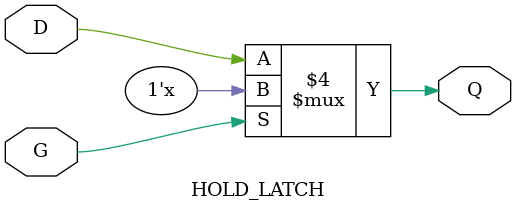
<source format=v>

`celldefine
module MUX2(IN0, IN1, SEL, OUT);
  input IN0;
  input IN1;
  input SEL;
  output OUT;

  assign OUT = SEL ? IN1 : IN0;
endmodule

// = = = = = = = = = = = = = = = = = = = = = = = = = = =
// A wrapper for 4-input MUX BUILT
// = = = = = = = = = = = = = = = = = = = = = = = = = = =
module MUX4(IN0, IN1, IN2, IN3, SEL, OUT);
  input IN0;
  input IN1;
  input IN2;
  input IN3;
  input [1:0]SEL;
  output OUT;

  assign OUT = (SEL[1] ? (SEL[0] ? IN3 : IN2) : (SEL[0] ? IN1 : IN0));
endmodule

// = = = = = = = = = = = = = = = = = = = = = = = = = = =
// 2 input MUX WITH SCAN_ENABLE INPUT
// if scan_enable=1, sel=x, out=in0
// = = = = = = = = = = = = = = = = = = = = = = = = = = =
module MUX2_SCAN(IN0, IN1, SEL, SCAN_EN, OUT);
  input IN0;
  input IN1;
  input SEL;
  input SCAN_EN;
  output OUT;

  assign OUT = (SEL&SCAN_EN) ? IN1 : IN0;
endmodule

// = = = = = = = = = = = = = = = = = = = = = = = = = = =
// Inverter
// = = = = = = = = = = = = = = = = = = = = = = = = = = =
module INV (IN, OUT);
  input IN;
  output OUT;

  assign OUT = ~IN;
endmodule

// = = = = = = = = = = = = = = = = = = = = = = = = = = =
// Buffer
// = = = = = = = = = = = = = = = = = = = = = = = = = = =
module BUF (IN, OUT);
  input IN;
  output OUT;

  assign OUT = IN;
endmodule

// = = = = = = = = = = = = = = = = = = = = = = = = = = =
// 2-input AND
// = = = = = = = = = = = = = = = = = = = = = = = = = = =
module AND2 (IN0, IN1, OUT);
  input IN0;
  input IN1;
  output OUT;

  assign OUT = IN0 & IN1;
endmodule

// = = = = = = = = = = = = = = = = = = = = = = = = = = =
// 2-input OR
// = = = = = = = = = = = = = = = = = = = = = = = = = = =
module OR2 (IN0, IN1, OUT);
  input IN0;
  input IN1;
  output OUT;

  assign OUT = IN0 | IN1;
endmodule

// = = = = = = = = = = = = = = = = = = = = = = = = = = =
// 2-input NAND
// = = = = = = = = = = = = = = = = = = = = = = = = = = =
module NAND2 (IN0, IN1, OUT);
  input IN0;
  input IN1;
  output OUT;

  assign OUT = ~(IN0 & IN1);
endmodule

// = = = = = = = = = = = = = = = = = = = = = = = = = = =
// 2-input NOR
// = = = = = = = = = = = = = = = = = = = = = = = = = = =
module NOR2 (IN0, IN1, OUT);
  input IN0;
  input IN1;
  output OUT;

  assign OUT = ~(IN0 | IN1);
endmodule

// = = = = = = = = = = = = = = = = = = = = = = = = = = =
// D-Flipflop without control signals
// = = = = = = = = = = = = = = = = = = = = = = = = = = =
module DFF(D, CLK, Q, QN);
  input D;
  input CLK;
  output reg Q;
  output QN;

  assign QN = ~Q;
  always@(posedge CLK)
    Q <= D;
endmodule

// = = = = = = = = = = = = = = = = = = = = = = = = = = =
// D-Flipflop with active low reset signal
// = = = = = = = = = = = = = = = = = = = = = = = = = = =
module DFF_NR(D, CLK, RESET, Q, QN);
  input D;
  input CLK;
  input RESET;
  output reg Q;
  output QN;

  assign QN = ~Q;
  always@(posedge CLK)
    if (RESET)
      Q <= D;
    else
      Q <= 0;
endmodule
// = = = = = = = = = = = = = = = = = = = = = = = = = = =
// De-MUX
// SEL = 0, OUT0 = IN; SEL = 1, OUT1 = IN;
// = = = = = = = = = = = = = = = = = = = = = = = = = = =
module DEMUX2(IN, SEL, OUT0, OUT1);
  input IN;
  input SEL;
  output OUT0;
  output OUT1;
  reg OUT0;
  reg OUT1;

  always @(*) begin
    case (SEL)
    1'b0: begin
          OUT0=IN;
          OUT1=1'b0;
    end
    1'b1: begin
          OUT0=1'b0;
          OUT1=IN;
    end
    endcase
  end
endmodule

// = = = = = = = = = = = = = = = = = = = = = = = = = = =
// LATCH
// = = = = = = = = = = = = = = = = = = = = = = = = = = =
module HOLD_LATCH (D, G, Q);
  input D;    // Data input
  input G;    // Gate input
  output Q;     // Latch output
  reg Q;

  always @(G or D) begin
    if (!G)      // When G is low (0), latch is enabled
      Q = D;       // Q follows the data input
  end
endmodule

`endcelldefine
</source>
